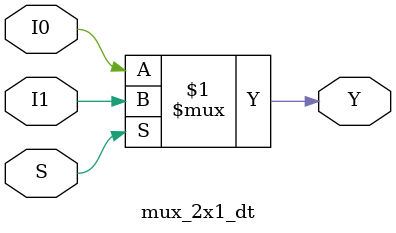
<source format=sv>
module mux_2x1_dt(
  input I0,I1,S,
  output Y);
 
	assign Y = S?I1:I0;
                
endmodule
</source>
